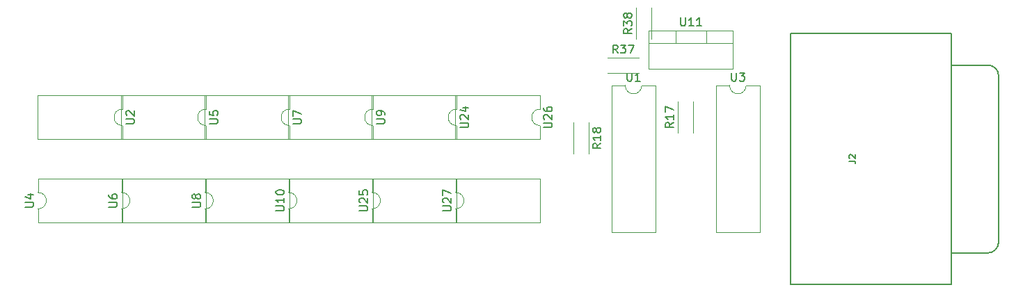
<source format=gbr>
%TF.GenerationSoftware,KiCad,Pcbnew,7.0.5*%
%TF.CreationDate,2024-09-25T18:50:06-04:00*%
%TF.ProjectId,stepper_motor_controller_3_for_cnc,73746570-7065-4725-9f6d-6f746f725f63,rev?*%
%TF.SameCoordinates,Original*%
%TF.FileFunction,Legend,Top*%
%TF.FilePolarity,Positive*%
%FSLAX46Y46*%
G04 Gerber Fmt 4.6, Leading zero omitted, Abs format (unit mm)*
G04 Created by KiCad (PCBNEW 7.0.5) date 2024-09-25 18:50:06*
%MOMM*%
%LPD*%
G01*
G04 APERTURE LIST*
%ADD10C,0.150000*%
%ADD11C,0.120000*%
%ADD12C,0.127000*%
G04 APERTURE END LIST*
D10*
%TO.C,R37*%
X93400942Y46605180D02*
X93067609Y47081371D01*
X92829514Y46605180D02*
X92829514Y47605180D01*
X92829514Y47605180D02*
X93210466Y47605180D01*
X93210466Y47605180D02*
X93305704Y47557561D01*
X93305704Y47557561D02*
X93353323Y47509942D01*
X93353323Y47509942D02*
X93400942Y47414704D01*
X93400942Y47414704D02*
X93400942Y47271847D01*
X93400942Y47271847D02*
X93353323Y47176609D01*
X93353323Y47176609D02*
X93305704Y47128990D01*
X93305704Y47128990D02*
X93210466Y47081371D01*
X93210466Y47081371D02*
X92829514Y47081371D01*
X93734276Y47605180D02*
X94353323Y47605180D01*
X94353323Y47605180D02*
X94019990Y47224228D01*
X94019990Y47224228D02*
X94162847Y47224228D01*
X94162847Y47224228D02*
X94258085Y47176609D01*
X94258085Y47176609D02*
X94305704Y47128990D01*
X94305704Y47128990D02*
X94353323Y47033752D01*
X94353323Y47033752D02*
X94353323Y46795657D01*
X94353323Y46795657D02*
X94305704Y46700419D01*
X94305704Y46700419D02*
X94258085Y46652800D01*
X94258085Y46652800D02*
X94162847Y46605180D01*
X94162847Y46605180D02*
X93877133Y46605180D01*
X93877133Y46605180D02*
X93781895Y46652800D01*
X93781895Y46652800D02*
X93734276Y46700419D01*
X94686657Y47605180D02*
X95353323Y47605180D01*
X95353323Y47605180D02*
X94924752Y46605180D01*
%TO.C,J2*%
X121507865Y33447532D02*
X122070295Y33447532D01*
X122070295Y33447532D02*
X122182781Y33410037D01*
X122182781Y33410037D02*
X122257772Y33335046D01*
X122257772Y33335046D02*
X122295267Y33222560D01*
X122295267Y33222560D02*
X122295267Y33147570D01*
X121582856Y33784990D02*
X121545360Y33822485D01*
X121545360Y33822485D02*
X121507865Y33897476D01*
X121507865Y33897476D02*
X121507865Y34084953D01*
X121507865Y34084953D02*
X121545360Y34159943D01*
X121545360Y34159943D02*
X121582856Y34197439D01*
X121582856Y34197439D02*
X121657846Y34234934D01*
X121657846Y34234934D02*
X121732837Y34234934D01*
X121732837Y34234934D02*
X121845323Y34197439D01*
X121845323Y34197439D02*
X122295267Y33747495D01*
X122295267Y33747495D02*
X122295267Y34234934D01*
%TO.C,U24*%
X74228619Y37541905D02*
X75038142Y37541905D01*
X75038142Y37541905D02*
X75133380Y37589524D01*
X75133380Y37589524D02*
X75181000Y37637143D01*
X75181000Y37637143D02*
X75228619Y37732381D01*
X75228619Y37732381D02*
X75228619Y37922857D01*
X75228619Y37922857D02*
X75181000Y38018095D01*
X75181000Y38018095D02*
X75133380Y38065714D01*
X75133380Y38065714D02*
X75038142Y38113333D01*
X75038142Y38113333D02*
X74228619Y38113333D01*
X74323857Y38541905D02*
X74276238Y38589524D01*
X74276238Y38589524D02*
X74228619Y38684762D01*
X74228619Y38684762D02*
X74228619Y38922857D01*
X74228619Y38922857D02*
X74276238Y39018095D01*
X74276238Y39018095D02*
X74323857Y39065714D01*
X74323857Y39065714D02*
X74419095Y39113333D01*
X74419095Y39113333D02*
X74514333Y39113333D01*
X74514333Y39113333D02*
X74657190Y39065714D01*
X74657190Y39065714D02*
X75228619Y38494286D01*
X75228619Y38494286D02*
X75228619Y39113333D01*
X74561952Y39970476D02*
X75228619Y39970476D01*
X74181000Y39732381D02*
X74895285Y39494286D01*
X74895285Y39494286D02*
X74895285Y40113333D01*
%TO.C,U27*%
X72128619Y27401905D02*
X72938142Y27401905D01*
X72938142Y27401905D02*
X73033380Y27449524D01*
X73033380Y27449524D02*
X73081000Y27497143D01*
X73081000Y27497143D02*
X73128619Y27592381D01*
X73128619Y27592381D02*
X73128619Y27782857D01*
X73128619Y27782857D02*
X73081000Y27878095D01*
X73081000Y27878095D02*
X73033380Y27925714D01*
X73033380Y27925714D02*
X72938142Y27973333D01*
X72938142Y27973333D02*
X72128619Y27973333D01*
X72223857Y28401905D02*
X72176238Y28449524D01*
X72176238Y28449524D02*
X72128619Y28544762D01*
X72128619Y28544762D02*
X72128619Y28782857D01*
X72128619Y28782857D02*
X72176238Y28878095D01*
X72176238Y28878095D02*
X72223857Y28925714D01*
X72223857Y28925714D02*
X72319095Y28973333D01*
X72319095Y28973333D02*
X72414333Y28973333D01*
X72414333Y28973333D02*
X72557190Y28925714D01*
X72557190Y28925714D02*
X73128619Y28354286D01*
X73128619Y28354286D02*
X73128619Y28973333D01*
X72128619Y29306667D02*
X72128619Y29973333D01*
X72128619Y29973333D02*
X73128619Y29544762D01*
%TO.C,U26*%
X84388619Y37541905D02*
X85198142Y37541905D01*
X85198142Y37541905D02*
X85293380Y37589524D01*
X85293380Y37589524D02*
X85341000Y37637143D01*
X85341000Y37637143D02*
X85388619Y37732381D01*
X85388619Y37732381D02*
X85388619Y37922857D01*
X85388619Y37922857D02*
X85341000Y38018095D01*
X85341000Y38018095D02*
X85293380Y38065714D01*
X85293380Y38065714D02*
X85198142Y38113333D01*
X85198142Y38113333D02*
X84388619Y38113333D01*
X84483857Y38541905D02*
X84436238Y38589524D01*
X84436238Y38589524D02*
X84388619Y38684762D01*
X84388619Y38684762D02*
X84388619Y38922857D01*
X84388619Y38922857D02*
X84436238Y39018095D01*
X84436238Y39018095D02*
X84483857Y39065714D01*
X84483857Y39065714D02*
X84579095Y39113333D01*
X84579095Y39113333D02*
X84674333Y39113333D01*
X84674333Y39113333D02*
X84817190Y39065714D01*
X84817190Y39065714D02*
X85388619Y38494286D01*
X85388619Y38494286D02*
X85388619Y39113333D01*
X84388619Y39970476D02*
X84388619Y39780000D01*
X84388619Y39780000D02*
X84436238Y39684762D01*
X84436238Y39684762D02*
X84483857Y39637143D01*
X84483857Y39637143D02*
X84626714Y39541905D01*
X84626714Y39541905D02*
X84817190Y39494286D01*
X84817190Y39494286D02*
X85198142Y39494286D01*
X85198142Y39494286D02*
X85293380Y39541905D01*
X85293380Y39541905D02*
X85341000Y39589524D01*
X85341000Y39589524D02*
X85388619Y39684762D01*
X85388619Y39684762D02*
X85388619Y39875238D01*
X85388619Y39875238D02*
X85341000Y39970476D01*
X85341000Y39970476D02*
X85293380Y40018095D01*
X85293380Y40018095D02*
X85198142Y40065714D01*
X85198142Y40065714D02*
X84960047Y40065714D01*
X84960047Y40065714D02*
X84864809Y40018095D01*
X84864809Y40018095D02*
X84817190Y39970476D01*
X84817190Y39970476D02*
X84769571Y39875238D01*
X84769571Y39875238D02*
X84769571Y39684762D01*
X84769571Y39684762D02*
X84817190Y39589524D01*
X84817190Y39589524D02*
X84864809Y39541905D01*
X84864809Y39541905D02*
X84960047Y39494286D01*
%TO.C,R38*%
X95118619Y49577142D02*
X94642428Y49243809D01*
X95118619Y49005714D02*
X94118619Y49005714D01*
X94118619Y49005714D02*
X94118619Y49386666D01*
X94118619Y49386666D02*
X94166238Y49481904D01*
X94166238Y49481904D02*
X94213857Y49529523D01*
X94213857Y49529523D02*
X94309095Y49577142D01*
X94309095Y49577142D02*
X94451952Y49577142D01*
X94451952Y49577142D02*
X94547190Y49529523D01*
X94547190Y49529523D02*
X94594809Y49481904D01*
X94594809Y49481904D02*
X94642428Y49386666D01*
X94642428Y49386666D02*
X94642428Y49005714D01*
X94118619Y49910476D02*
X94118619Y50529523D01*
X94118619Y50529523D02*
X94499571Y50196190D01*
X94499571Y50196190D02*
X94499571Y50339047D01*
X94499571Y50339047D02*
X94547190Y50434285D01*
X94547190Y50434285D02*
X94594809Y50481904D01*
X94594809Y50481904D02*
X94690047Y50529523D01*
X94690047Y50529523D02*
X94928142Y50529523D01*
X94928142Y50529523D02*
X95023380Y50481904D01*
X95023380Y50481904D02*
X95071000Y50434285D01*
X95071000Y50434285D02*
X95118619Y50339047D01*
X95118619Y50339047D02*
X95118619Y50053333D01*
X95118619Y50053333D02*
X95071000Y49958095D01*
X95071000Y49958095D02*
X95023380Y49910476D01*
X94547190Y51100952D02*
X94499571Y51005714D01*
X94499571Y51005714D02*
X94451952Y50958095D01*
X94451952Y50958095D02*
X94356714Y50910476D01*
X94356714Y50910476D02*
X94309095Y50910476D01*
X94309095Y50910476D02*
X94213857Y50958095D01*
X94213857Y50958095D02*
X94166238Y51005714D01*
X94166238Y51005714D02*
X94118619Y51100952D01*
X94118619Y51100952D02*
X94118619Y51291428D01*
X94118619Y51291428D02*
X94166238Y51386666D01*
X94166238Y51386666D02*
X94213857Y51434285D01*
X94213857Y51434285D02*
X94309095Y51481904D01*
X94309095Y51481904D02*
X94356714Y51481904D01*
X94356714Y51481904D02*
X94451952Y51434285D01*
X94451952Y51434285D02*
X94499571Y51386666D01*
X94499571Y51386666D02*
X94547190Y51291428D01*
X94547190Y51291428D02*
X94547190Y51100952D01*
X94547190Y51100952D02*
X94594809Y51005714D01*
X94594809Y51005714D02*
X94642428Y50958095D01*
X94642428Y50958095D02*
X94737666Y50910476D01*
X94737666Y50910476D02*
X94928142Y50910476D01*
X94928142Y50910476D02*
X95023380Y50958095D01*
X95023380Y50958095D02*
X95071000Y51005714D01*
X95071000Y51005714D02*
X95118619Y51100952D01*
X95118619Y51100952D02*
X95118619Y51291428D01*
X95118619Y51291428D02*
X95071000Y51386666D01*
X95071000Y51386666D02*
X95023380Y51434285D01*
X95023380Y51434285D02*
X94928142Y51481904D01*
X94928142Y51481904D02*
X94737666Y51481904D01*
X94737666Y51481904D02*
X94642428Y51434285D01*
X94642428Y51434285D02*
X94594809Y51386666D01*
X94594809Y51386666D02*
X94547190Y51291428D01*
%TO.C,U10*%
X51808619Y27401905D02*
X52618142Y27401905D01*
X52618142Y27401905D02*
X52713380Y27449524D01*
X52713380Y27449524D02*
X52761000Y27497143D01*
X52761000Y27497143D02*
X52808619Y27592381D01*
X52808619Y27592381D02*
X52808619Y27782857D01*
X52808619Y27782857D02*
X52761000Y27878095D01*
X52761000Y27878095D02*
X52713380Y27925714D01*
X52713380Y27925714D02*
X52618142Y27973333D01*
X52618142Y27973333D02*
X51808619Y27973333D01*
X52808619Y28973333D02*
X52808619Y28401905D01*
X52808619Y28687619D02*
X51808619Y28687619D01*
X51808619Y28687619D02*
X51951476Y28592381D01*
X51951476Y28592381D02*
X52046714Y28497143D01*
X52046714Y28497143D02*
X52094333Y28401905D01*
X51808619Y29592381D02*
X51808619Y29687619D01*
X51808619Y29687619D02*
X51856238Y29782857D01*
X51856238Y29782857D02*
X51903857Y29830476D01*
X51903857Y29830476D02*
X51999095Y29878095D01*
X51999095Y29878095D02*
X52189571Y29925714D01*
X52189571Y29925714D02*
X52427666Y29925714D01*
X52427666Y29925714D02*
X52618142Y29878095D01*
X52618142Y29878095D02*
X52713380Y29830476D01*
X52713380Y29830476D02*
X52761000Y29782857D01*
X52761000Y29782857D02*
X52808619Y29687619D01*
X52808619Y29687619D02*
X52808619Y29592381D01*
X52808619Y29592381D02*
X52761000Y29497143D01*
X52761000Y29497143D02*
X52713380Y29449524D01*
X52713380Y29449524D02*
X52618142Y29401905D01*
X52618142Y29401905D02*
X52427666Y29354286D01*
X52427666Y29354286D02*
X52189571Y29354286D01*
X52189571Y29354286D02*
X51999095Y29401905D01*
X51999095Y29401905D02*
X51903857Y29449524D01*
X51903857Y29449524D02*
X51856238Y29497143D01*
X51856238Y29497143D02*
X51808619Y29592381D01*
%TO.C,U1*%
X94551895Y44205180D02*
X94551895Y43395657D01*
X94551895Y43395657D02*
X94599514Y43300419D01*
X94599514Y43300419D02*
X94647133Y43252800D01*
X94647133Y43252800D02*
X94742371Y43205180D01*
X94742371Y43205180D02*
X94932847Y43205180D01*
X94932847Y43205180D02*
X95028085Y43252800D01*
X95028085Y43252800D02*
X95075704Y43300419D01*
X95075704Y43300419D02*
X95123323Y43395657D01*
X95123323Y43395657D02*
X95123323Y44205180D01*
X96123323Y43205180D02*
X95551895Y43205180D01*
X95837609Y43205180D02*
X95837609Y44205180D01*
X95837609Y44205180D02*
X95742371Y44062323D01*
X95742371Y44062323D02*
X95647133Y43967085D01*
X95647133Y43967085D02*
X95551895Y43919466D01*
%TO.C,U8*%
X41638619Y27868095D02*
X42448142Y27868095D01*
X42448142Y27868095D02*
X42543380Y27915714D01*
X42543380Y27915714D02*
X42591000Y27963333D01*
X42591000Y27963333D02*
X42638619Y28058571D01*
X42638619Y28058571D02*
X42638619Y28249047D01*
X42638619Y28249047D02*
X42591000Y28344285D01*
X42591000Y28344285D02*
X42543380Y28391904D01*
X42543380Y28391904D02*
X42448142Y28439523D01*
X42448142Y28439523D02*
X41638619Y28439523D01*
X42067190Y29058571D02*
X42019571Y28963333D01*
X42019571Y28963333D02*
X41971952Y28915714D01*
X41971952Y28915714D02*
X41876714Y28868095D01*
X41876714Y28868095D02*
X41829095Y28868095D01*
X41829095Y28868095D02*
X41733857Y28915714D01*
X41733857Y28915714D02*
X41686238Y28963333D01*
X41686238Y28963333D02*
X41638619Y29058571D01*
X41638619Y29058571D02*
X41638619Y29249047D01*
X41638619Y29249047D02*
X41686238Y29344285D01*
X41686238Y29344285D02*
X41733857Y29391904D01*
X41733857Y29391904D02*
X41829095Y29439523D01*
X41829095Y29439523D02*
X41876714Y29439523D01*
X41876714Y29439523D02*
X41971952Y29391904D01*
X41971952Y29391904D02*
X42019571Y29344285D01*
X42019571Y29344285D02*
X42067190Y29249047D01*
X42067190Y29249047D02*
X42067190Y29058571D01*
X42067190Y29058571D02*
X42114809Y28963333D01*
X42114809Y28963333D02*
X42162428Y28915714D01*
X42162428Y28915714D02*
X42257666Y28868095D01*
X42257666Y28868095D02*
X42448142Y28868095D01*
X42448142Y28868095D02*
X42543380Y28915714D01*
X42543380Y28915714D02*
X42591000Y28963333D01*
X42591000Y28963333D02*
X42638619Y29058571D01*
X42638619Y29058571D02*
X42638619Y29249047D01*
X42638619Y29249047D02*
X42591000Y29344285D01*
X42591000Y29344285D02*
X42543380Y29391904D01*
X42543380Y29391904D02*
X42448142Y29439523D01*
X42448142Y29439523D02*
X42257666Y29439523D01*
X42257666Y29439523D02*
X42162428Y29391904D01*
X42162428Y29391904D02*
X42114809Y29344285D01*
X42114809Y29344285D02*
X42067190Y29249047D01*
%TO.C,U5*%
X43738619Y38018095D02*
X44548142Y38018095D01*
X44548142Y38018095D02*
X44643380Y38065714D01*
X44643380Y38065714D02*
X44691000Y38113333D01*
X44691000Y38113333D02*
X44738619Y38208571D01*
X44738619Y38208571D02*
X44738619Y38399047D01*
X44738619Y38399047D02*
X44691000Y38494285D01*
X44691000Y38494285D02*
X44643380Y38541904D01*
X44643380Y38541904D02*
X44548142Y38589523D01*
X44548142Y38589523D02*
X43738619Y38589523D01*
X43738619Y39541904D02*
X43738619Y39065714D01*
X43738619Y39065714D02*
X44214809Y39018095D01*
X44214809Y39018095D02*
X44167190Y39065714D01*
X44167190Y39065714D02*
X44119571Y39160952D01*
X44119571Y39160952D02*
X44119571Y39399047D01*
X44119571Y39399047D02*
X44167190Y39494285D01*
X44167190Y39494285D02*
X44214809Y39541904D01*
X44214809Y39541904D02*
X44310047Y39589523D01*
X44310047Y39589523D02*
X44548142Y39589523D01*
X44548142Y39589523D02*
X44643380Y39541904D01*
X44643380Y39541904D02*
X44691000Y39494285D01*
X44691000Y39494285D02*
X44738619Y39399047D01*
X44738619Y39399047D02*
X44738619Y39160952D01*
X44738619Y39160952D02*
X44691000Y39065714D01*
X44691000Y39065714D02*
X44643380Y39018095D01*
%TO.C,U7*%
X53898619Y38018095D02*
X54708142Y38018095D01*
X54708142Y38018095D02*
X54803380Y38065714D01*
X54803380Y38065714D02*
X54851000Y38113333D01*
X54851000Y38113333D02*
X54898619Y38208571D01*
X54898619Y38208571D02*
X54898619Y38399047D01*
X54898619Y38399047D02*
X54851000Y38494285D01*
X54851000Y38494285D02*
X54803380Y38541904D01*
X54803380Y38541904D02*
X54708142Y38589523D01*
X54708142Y38589523D02*
X53898619Y38589523D01*
X53898619Y38970476D02*
X53898619Y39637142D01*
X53898619Y39637142D02*
X54898619Y39208571D01*
%TO.C,U6*%
X31488619Y27878095D02*
X32298142Y27878095D01*
X32298142Y27878095D02*
X32393380Y27925714D01*
X32393380Y27925714D02*
X32441000Y27973333D01*
X32441000Y27973333D02*
X32488619Y28068571D01*
X32488619Y28068571D02*
X32488619Y28259047D01*
X32488619Y28259047D02*
X32441000Y28354285D01*
X32441000Y28354285D02*
X32393380Y28401904D01*
X32393380Y28401904D02*
X32298142Y28449523D01*
X32298142Y28449523D02*
X31488619Y28449523D01*
X31488619Y29354285D02*
X31488619Y29163809D01*
X31488619Y29163809D02*
X31536238Y29068571D01*
X31536238Y29068571D02*
X31583857Y29020952D01*
X31583857Y29020952D02*
X31726714Y28925714D01*
X31726714Y28925714D02*
X31917190Y28878095D01*
X31917190Y28878095D02*
X32298142Y28878095D01*
X32298142Y28878095D02*
X32393380Y28925714D01*
X32393380Y28925714D02*
X32441000Y28973333D01*
X32441000Y28973333D02*
X32488619Y29068571D01*
X32488619Y29068571D02*
X32488619Y29259047D01*
X32488619Y29259047D02*
X32441000Y29354285D01*
X32441000Y29354285D02*
X32393380Y29401904D01*
X32393380Y29401904D02*
X32298142Y29449523D01*
X32298142Y29449523D02*
X32060047Y29449523D01*
X32060047Y29449523D02*
X31964809Y29401904D01*
X31964809Y29401904D02*
X31917190Y29354285D01*
X31917190Y29354285D02*
X31869571Y29259047D01*
X31869571Y29259047D02*
X31869571Y29068571D01*
X31869571Y29068571D02*
X31917190Y28973333D01*
X31917190Y28973333D02*
X31964809Y28925714D01*
X31964809Y28925714D02*
X32060047Y28878095D01*
%TO.C,U4*%
X21328619Y27878095D02*
X22138142Y27878095D01*
X22138142Y27878095D02*
X22233380Y27925714D01*
X22233380Y27925714D02*
X22281000Y27973333D01*
X22281000Y27973333D02*
X22328619Y28068571D01*
X22328619Y28068571D02*
X22328619Y28259047D01*
X22328619Y28259047D02*
X22281000Y28354285D01*
X22281000Y28354285D02*
X22233380Y28401904D01*
X22233380Y28401904D02*
X22138142Y28449523D01*
X22138142Y28449523D02*
X21328619Y28449523D01*
X21661952Y29354285D02*
X22328619Y29354285D01*
X21281000Y29116190D02*
X21995285Y28878095D01*
X21995285Y28878095D02*
X21995285Y29497142D01*
%TO.C,R18*%
X91338619Y35607142D02*
X90862428Y35273809D01*
X91338619Y35035714D02*
X90338619Y35035714D01*
X90338619Y35035714D02*
X90338619Y35416666D01*
X90338619Y35416666D02*
X90386238Y35511904D01*
X90386238Y35511904D02*
X90433857Y35559523D01*
X90433857Y35559523D02*
X90529095Y35607142D01*
X90529095Y35607142D02*
X90671952Y35607142D01*
X90671952Y35607142D02*
X90767190Y35559523D01*
X90767190Y35559523D02*
X90814809Y35511904D01*
X90814809Y35511904D02*
X90862428Y35416666D01*
X90862428Y35416666D02*
X90862428Y35035714D01*
X91338619Y36559523D02*
X91338619Y35988095D01*
X91338619Y36273809D02*
X90338619Y36273809D01*
X90338619Y36273809D02*
X90481476Y36178571D01*
X90481476Y36178571D02*
X90576714Y36083333D01*
X90576714Y36083333D02*
X90624333Y35988095D01*
X90767190Y37130952D02*
X90719571Y37035714D01*
X90719571Y37035714D02*
X90671952Y36988095D01*
X90671952Y36988095D02*
X90576714Y36940476D01*
X90576714Y36940476D02*
X90529095Y36940476D01*
X90529095Y36940476D02*
X90433857Y36988095D01*
X90433857Y36988095D02*
X90386238Y37035714D01*
X90386238Y37035714D02*
X90338619Y37130952D01*
X90338619Y37130952D02*
X90338619Y37321428D01*
X90338619Y37321428D02*
X90386238Y37416666D01*
X90386238Y37416666D02*
X90433857Y37464285D01*
X90433857Y37464285D02*
X90529095Y37511904D01*
X90529095Y37511904D02*
X90576714Y37511904D01*
X90576714Y37511904D02*
X90671952Y37464285D01*
X90671952Y37464285D02*
X90719571Y37416666D01*
X90719571Y37416666D02*
X90767190Y37321428D01*
X90767190Y37321428D02*
X90767190Y37130952D01*
X90767190Y37130952D02*
X90814809Y37035714D01*
X90814809Y37035714D02*
X90862428Y36988095D01*
X90862428Y36988095D02*
X90957666Y36940476D01*
X90957666Y36940476D02*
X91148142Y36940476D01*
X91148142Y36940476D02*
X91243380Y36988095D01*
X91243380Y36988095D02*
X91291000Y37035714D01*
X91291000Y37035714D02*
X91338619Y37130952D01*
X91338619Y37130952D02*
X91338619Y37321428D01*
X91338619Y37321428D02*
X91291000Y37416666D01*
X91291000Y37416666D02*
X91243380Y37464285D01*
X91243380Y37464285D02*
X91148142Y37511904D01*
X91148142Y37511904D02*
X90957666Y37511904D01*
X90957666Y37511904D02*
X90862428Y37464285D01*
X90862428Y37464285D02*
X90814809Y37416666D01*
X90814809Y37416666D02*
X90767190Y37321428D01*
%TO.C,U3*%
X107251895Y44205180D02*
X107251895Y43395657D01*
X107251895Y43395657D02*
X107299514Y43300419D01*
X107299514Y43300419D02*
X107347133Y43252800D01*
X107347133Y43252800D02*
X107442371Y43205180D01*
X107442371Y43205180D02*
X107632847Y43205180D01*
X107632847Y43205180D02*
X107728085Y43252800D01*
X107728085Y43252800D02*
X107775704Y43300419D01*
X107775704Y43300419D02*
X107823323Y43395657D01*
X107823323Y43395657D02*
X107823323Y44205180D01*
X108204276Y44205180D02*
X108823323Y44205180D01*
X108823323Y44205180D02*
X108489990Y43824228D01*
X108489990Y43824228D02*
X108632847Y43824228D01*
X108632847Y43824228D02*
X108728085Y43776609D01*
X108728085Y43776609D02*
X108775704Y43728990D01*
X108775704Y43728990D02*
X108823323Y43633752D01*
X108823323Y43633752D02*
X108823323Y43395657D01*
X108823323Y43395657D02*
X108775704Y43300419D01*
X108775704Y43300419D02*
X108728085Y43252800D01*
X108728085Y43252800D02*
X108632847Y43205180D01*
X108632847Y43205180D02*
X108347133Y43205180D01*
X108347133Y43205180D02*
X108251895Y43252800D01*
X108251895Y43252800D02*
X108204276Y43300419D01*
%TO.C,U25*%
X61968619Y27401905D02*
X62778142Y27401905D01*
X62778142Y27401905D02*
X62873380Y27449524D01*
X62873380Y27449524D02*
X62921000Y27497143D01*
X62921000Y27497143D02*
X62968619Y27592381D01*
X62968619Y27592381D02*
X62968619Y27782857D01*
X62968619Y27782857D02*
X62921000Y27878095D01*
X62921000Y27878095D02*
X62873380Y27925714D01*
X62873380Y27925714D02*
X62778142Y27973333D01*
X62778142Y27973333D02*
X61968619Y27973333D01*
X62063857Y28401905D02*
X62016238Y28449524D01*
X62016238Y28449524D02*
X61968619Y28544762D01*
X61968619Y28544762D02*
X61968619Y28782857D01*
X61968619Y28782857D02*
X62016238Y28878095D01*
X62016238Y28878095D02*
X62063857Y28925714D01*
X62063857Y28925714D02*
X62159095Y28973333D01*
X62159095Y28973333D02*
X62254333Y28973333D01*
X62254333Y28973333D02*
X62397190Y28925714D01*
X62397190Y28925714D02*
X62968619Y28354286D01*
X62968619Y28354286D02*
X62968619Y28973333D01*
X61968619Y29878095D02*
X61968619Y29401905D01*
X61968619Y29401905D02*
X62444809Y29354286D01*
X62444809Y29354286D02*
X62397190Y29401905D01*
X62397190Y29401905D02*
X62349571Y29497143D01*
X62349571Y29497143D02*
X62349571Y29735238D01*
X62349571Y29735238D02*
X62397190Y29830476D01*
X62397190Y29830476D02*
X62444809Y29878095D01*
X62444809Y29878095D02*
X62540047Y29925714D01*
X62540047Y29925714D02*
X62778142Y29925714D01*
X62778142Y29925714D02*
X62873380Y29878095D01*
X62873380Y29878095D02*
X62921000Y29830476D01*
X62921000Y29830476D02*
X62968619Y29735238D01*
X62968619Y29735238D02*
X62968619Y29497143D01*
X62968619Y29497143D02*
X62921000Y29401905D01*
X62921000Y29401905D02*
X62873380Y29354286D01*
%TO.C,R17*%
X100198619Y38147142D02*
X99722428Y37813809D01*
X100198619Y37575714D02*
X99198619Y37575714D01*
X99198619Y37575714D02*
X99198619Y37956666D01*
X99198619Y37956666D02*
X99246238Y38051904D01*
X99246238Y38051904D02*
X99293857Y38099523D01*
X99293857Y38099523D02*
X99389095Y38147142D01*
X99389095Y38147142D02*
X99531952Y38147142D01*
X99531952Y38147142D02*
X99627190Y38099523D01*
X99627190Y38099523D02*
X99674809Y38051904D01*
X99674809Y38051904D02*
X99722428Y37956666D01*
X99722428Y37956666D02*
X99722428Y37575714D01*
X100198619Y39099523D02*
X100198619Y38528095D01*
X100198619Y38813809D02*
X99198619Y38813809D01*
X99198619Y38813809D02*
X99341476Y38718571D01*
X99341476Y38718571D02*
X99436714Y38623333D01*
X99436714Y38623333D02*
X99484333Y38528095D01*
X99198619Y39432857D02*
X99198619Y40099523D01*
X99198619Y40099523D02*
X100198619Y39670952D01*
%TO.C,U9*%
X64058619Y38018095D02*
X64868142Y38018095D01*
X64868142Y38018095D02*
X64963380Y38065714D01*
X64963380Y38065714D02*
X65011000Y38113333D01*
X65011000Y38113333D02*
X65058619Y38208571D01*
X65058619Y38208571D02*
X65058619Y38399047D01*
X65058619Y38399047D02*
X65011000Y38494285D01*
X65011000Y38494285D02*
X64963380Y38541904D01*
X64963380Y38541904D02*
X64868142Y38589523D01*
X64868142Y38589523D02*
X64058619Y38589523D01*
X65058619Y39113333D02*
X65058619Y39303809D01*
X65058619Y39303809D02*
X65011000Y39399047D01*
X65011000Y39399047D02*
X64963380Y39446666D01*
X64963380Y39446666D02*
X64820523Y39541904D01*
X64820523Y39541904D02*
X64630047Y39589523D01*
X64630047Y39589523D02*
X64249095Y39589523D01*
X64249095Y39589523D02*
X64153857Y39541904D01*
X64153857Y39541904D02*
X64106238Y39494285D01*
X64106238Y39494285D02*
X64058619Y39399047D01*
X64058619Y39399047D02*
X64058619Y39208571D01*
X64058619Y39208571D02*
X64106238Y39113333D01*
X64106238Y39113333D02*
X64153857Y39065714D01*
X64153857Y39065714D02*
X64249095Y39018095D01*
X64249095Y39018095D02*
X64487190Y39018095D01*
X64487190Y39018095D02*
X64582428Y39065714D01*
X64582428Y39065714D02*
X64630047Y39113333D01*
X64630047Y39113333D02*
X64677666Y39208571D01*
X64677666Y39208571D02*
X64677666Y39399047D01*
X64677666Y39399047D02*
X64630047Y39494285D01*
X64630047Y39494285D02*
X64582428Y39541904D01*
X64582428Y39541904D02*
X64487190Y39589523D01*
%TO.C,U11*%
X101060705Y50915180D02*
X101060705Y50105657D01*
X101060705Y50105657D02*
X101108324Y50010419D01*
X101108324Y50010419D02*
X101155943Y49962800D01*
X101155943Y49962800D02*
X101251181Y49915180D01*
X101251181Y49915180D02*
X101441657Y49915180D01*
X101441657Y49915180D02*
X101536895Y49962800D01*
X101536895Y49962800D02*
X101584514Y50010419D01*
X101584514Y50010419D02*
X101632133Y50105657D01*
X101632133Y50105657D02*
X101632133Y50915180D01*
X102632133Y49915180D02*
X102060705Y49915180D01*
X102346419Y49915180D02*
X102346419Y50915180D01*
X102346419Y50915180D02*
X102251181Y50772323D01*
X102251181Y50772323D02*
X102155943Y50677085D01*
X102155943Y50677085D02*
X102060705Y50629466D01*
X103584514Y49915180D02*
X103013086Y49915180D01*
X103298800Y49915180D02*
X103298800Y50915180D01*
X103298800Y50915180D02*
X103203562Y50772323D01*
X103203562Y50772323D02*
X103108324Y50677085D01*
X103108324Y50677085D02*
X103013086Y50629466D01*
%TO.C,U2*%
X33578619Y38018095D02*
X34388142Y38018095D01*
X34388142Y38018095D02*
X34483380Y38065714D01*
X34483380Y38065714D02*
X34531000Y38113333D01*
X34531000Y38113333D02*
X34578619Y38208571D01*
X34578619Y38208571D02*
X34578619Y38399047D01*
X34578619Y38399047D02*
X34531000Y38494285D01*
X34531000Y38494285D02*
X34483380Y38541904D01*
X34483380Y38541904D02*
X34388142Y38589523D01*
X34388142Y38589523D02*
X33578619Y38589523D01*
X33673857Y39018095D02*
X33626238Y39065714D01*
X33626238Y39065714D02*
X33578619Y39160952D01*
X33578619Y39160952D02*
X33578619Y39399047D01*
X33578619Y39399047D02*
X33626238Y39494285D01*
X33626238Y39494285D02*
X33673857Y39541904D01*
X33673857Y39541904D02*
X33769095Y39589523D01*
X33769095Y39589523D02*
X33864333Y39589523D01*
X33864333Y39589523D02*
X34007190Y39541904D01*
X34007190Y39541904D02*
X34578619Y38970476D01*
X34578619Y38970476D02*
X34578619Y39589523D01*
D11*
%TO.C,R37*%
X92123800Y46060000D02*
X95963800Y46060000D01*
X92123800Y44220000D02*
X95963800Y44220000D01*
D12*
%TO.C,J2*%
X114408800Y18420000D02*
X114408800Y49000000D01*
X134018800Y18420000D02*
X114408800Y18420000D01*
X134018800Y18420000D02*
X134018800Y22280000D01*
X134018800Y22280000D02*
X134018800Y45140000D01*
X138448800Y22280000D02*
X134018800Y22280000D01*
X139718800Y23410000D02*
X139718800Y23550000D01*
X139718800Y23550000D02*
X139718800Y43870000D01*
X139718800Y43870000D02*
X139718800Y44010000D01*
X134018800Y45140000D02*
X134018800Y49000000D01*
X138448800Y45140000D02*
X134018800Y45140000D01*
X114408800Y49000000D02*
X134018800Y49000000D01*
X138448800Y22280000D02*
G75*
G03*
X139718800Y23550000I1J1269999D01*
G01*
X139718800Y43870000D02*
G75*
G03*
X138448800Y45140000I-1270000J0D01*
G01*
D11*
%TO.C,U24*%
X73773800Y41430000D02*
X63493800Y41430000D01*
X63493800Y41430000D02*
X63493800Y36130000D01*
X73773800Y39780000D02*
X73773800Y41430000D01*
X73773800Y36130000D02*
X73773800Y37780000D01*
X63493800Y36130000D02*
X73773800Y36130000D01*
X73773800Y39780000D02*
G75*
G03*
X73773800Y37780000I0J-1000000D01*
G01*
%TO.C,U27*%
X73673800Y25990000D02*
X83953800Y25990000D01*
X83953800Y25990000D02*
X83953800Y31290000D01*
X73673800Y27640000D02*
X73673800Y25990000D01*
X73673800Y31290000D02*
X73673800Y29640000D01*
X83953800Y31290000D02*
X73673800Y31290000D01*
X73673800Y27640000D02*
G75*
G03*
X73673800Y29640000I0J1000000D01*
G01*
%TO.C,U26*%
X83933800Y41430000D02*
X73653800Y41430000D01*
X73653800Y41430000D02*
X73653800Y36130000D01*
X83933800Y39780000D02*
X83933800Y41430000D01*
X83933800Y36130000D02*
X83933800Y37780000D01*
X73653800Y36130000D02*
X83933800Y36130000D01*
X83933800Y39780000D02*
G75*
G03*
X83933800Y37780000I0J-1000000D01*
G01*
%TO.C,R38*%
X95663800Y48300000D02*
X95663800Y52140000D01*
X97503800Y48300000D02*
X97503800Y52140000D01*
%TO.C,U10*%
X53353800Y25990000D02*
X63633800Y25990000D01*
X63633800Y25990000D02*
X63633800Y31290000D01*
X53353800Y27640000D02*
X53353800Y25990000D01*
X53353800Y31290000D02*
X53353800Y29640000D01*
X63633800Y31290000D02*
X53353800Y31290000D01*
X53353800Y27640000D02*
G75*
G03*
X53353800Y29640000I0J1000000D01*
G01*
%TO.C,U1*%
X92663800Y42660000D02*
X92663800Y24760000D01*
X92663800Y24760000D02*
X97963800Y24760000D01*
X94313800Y42660000D02*
X92663800Y42660000D01*
X97963800Y42660000D02*
X96313800Y42660000D01*
X97963800Y24760000D02*
X97963800Y42660000D01*
X94313800Y42660000D02*
G75*
G03*
X96313800Y42660000I1000000J0D01*
G01*
%TO.C,U8*%
X43183800Y25980000D02*
X53463800Y25980000D01*
X53463800Y25980000D02*
X53463800Y31280000D01*
X43183800Y27630000D02*
X43183800Y25980000D01*
X43183800Y31280000D02*
X43183800Y29630000D01*
X53463800Y31280000D02*
X43183800Y31280000D01*
X43183800Y27630000D02*
G75*
G03*
X43183800Y29630000I0J1000000D01*
G01*
%TO.C,U5*%
X43283800Y41430000D02*
X33003800Y41430000D01*
X33003800Y41430000D02*
X33003800Y36130000D01*
X43283800Y39780000D02*
X43283800Y41430000D01*
X43283800Y36130000D02*
X43283800Y37780000D01*
X33003800Y36130000D02*
X43283800Y36130000D01*
X43283800Y39780000D02*
G75*
G03*
X43283800Y37780000I0J-1000000D01*
G01*
%TO.C,U7*%
X53443800Y41430000D02*
X43163800Y41430000D01*
X43163800Y41430000D02*
X43163800Y36130000D01*
X53443800Y39780000D02*
X53443800Y41430000D01*
X53443800Y36130000D02*
X53443800Y37780000D01*
X43163800Y36130000D02*
X53443800Y36130000D01*
X53443800Y39780000D02*
G75*
G03*
X53443800Y37780000I0J-1000000D01*
G01*
%TO.C,U6*%
X33033800Y25990000D02*
X43313800Y25990000D01*
X43313800Y25990000D02*
X43313800Y31290000D01*
X33033800Y27640000D02*
X33033800Y25990000D01*
X33033800Y31290000D02*
X33033800Y29640000D01*
X43313800Y31290000D02*
X33033800Y31290000D01*
X33033800Y27640000D02*
G75*
G03*
X33033800Y29640000I0J1000000D01*
G01*
%TO.C,U4*%
X22873800Y25990000D02*
X33153800Y25990000D01*
X33153800Y25990000D02*
X33153800Y31290000D01*
X22873800Y27640000D02*
X22873800Y25990000D01*
X22873800Y31290000D02*
X22873800Y29640000D01*
X33153800Y31290000D02*
X22873800Y31290000D01*
X22873800Y27640000D02*
G75*
G03*
X22873800Y29640000I0J1000000D01*
G01*
%TO.C,R18*%
X89883800Y38170000D02*
X89883800Y34330000D01*
X88043800Y38170000D02*
X88043800Y34330000D01*
%TO.C,U3*%
X105363800Y42660000D02*
X105363800Y24760000D01*
X105363800Y24760000D02*
X110663800Y24760000D01*
X107013800Y42660000D02*
X105363800Y42660000D01*
X110663800Y42660000D02*
X109013800Y42660000D01*
X110663800Y24760000D02*
X110663800Y42660000D01*
X107013800Y42660000D02*
G75*
G03*
X109013800Y42660000I1000000J0D01*
G01*
%TO.C,U25*%
X63513800Y25990000D02*
X73793800Y25990000D01*
X73793800Y25990000D02*
X73793800Y31290000D01*
X63513800Y27640000D02*
X63513800Y25990000D01*
X63513800Y31290000D02*
X63513800Y29640000D01*
X73793800Y31290000D02*
X63513800Y31290000D01*
X63513800Y27640000D02*
G75*
G03*
X63513800Y29640000I0J1000000D01*
G01*
%TO.C,R17*%
X100743800Y36870000D02*
X100743800Y40710000D01*
X102583800Y36870000D02*
X102583800Y40710000D01*
%TO.C,U9*%
X63603800Y41430000D02*
X53323800Y41430000D01*
X53323800Y41430000D02*
X53323800Y36130000D01*
X63603800Y39780000D02*
X63603800Y41430000D01*
X63603800Y36130000D02*
X63603800Y37780000D01*
X53323800Y36130000D02*
X63603800Y36130000D01*
X63603800Y39780000D02*
G75*
G03*
X63603800Y37780000I0J-1000000D01*
G01*
%TO.C,U11*%
X97178800Y49370000D02*
X97178800Y44729000D01*
X97178800Y49370000D02*
X107418800Y49370000D01*
X97178800Y47860000D02*
X107418800Y47860000D01*
X97178800Y44729000D02*
X107418800Y44729000D01*
X100448800Y49370000D02*
X100448800Y47860000D01*
X104149800Y49370000D02*
X104149800Y47860000D01*
X107418800Y49370000D02*
X107418800Y44729000D01*
%TO.C,U2*%
X33123800Y41430000D02*
X22843800Y41430000D01*
X22843800Y41430000D02*
X22843800Y36130000D01*
X33123800Y39780000D02*
X33123800Y41430000D01*
X33123800Y36130000D02*
X33123800Y37780000D01*
X22843800Y36130000D02*
X33123800Y36130000D01*
X33123800Y39780000D02*
G75*
G03*
X33123800Y37780000I0J-1000000D01*
G01*
%TD*%
M02*

</source>
